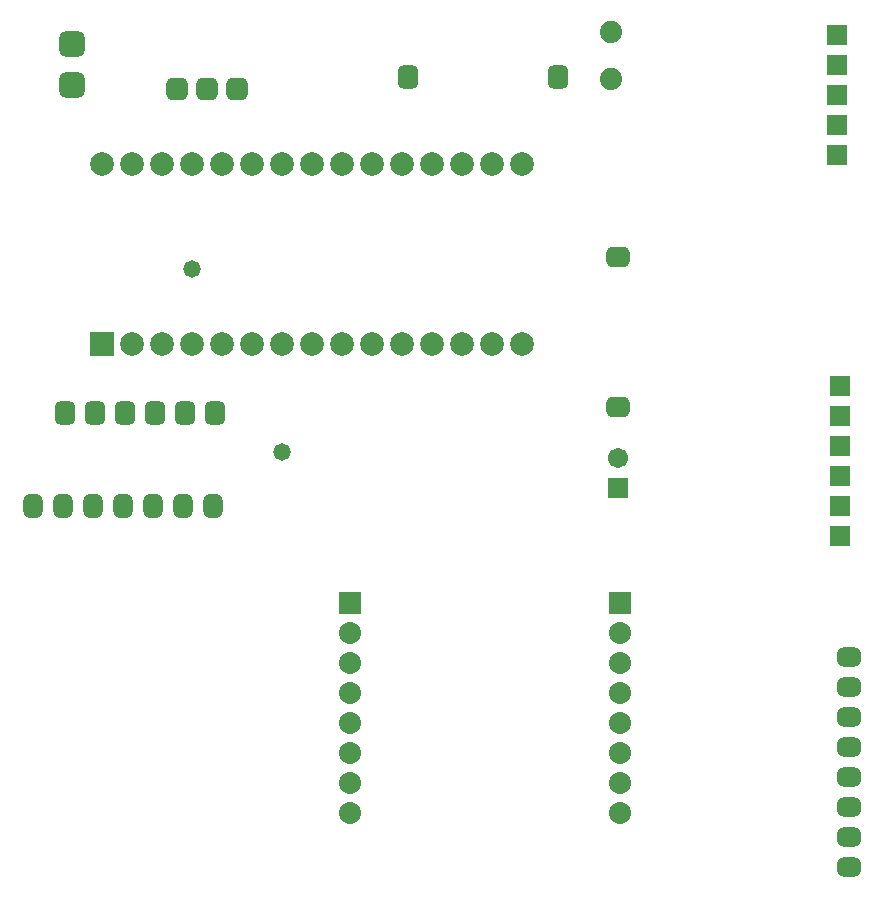
<source format=gts>
G04*
G04 #@! TF.GenerationSoftware,Altium Limited,Altium Designer,23.0.1 (38)*
G04*
G04 Layer_Color=8388736*
%FSLAX44Y44*%
%MOMM*%
G71*
G04*
G04 #@! TF.SameCoordinates,CBBB0149-63EA-413A-BDBF-F1AE491BAD4C*
G04*
G04*
G04 #@! TF.FilePolarity,Negative*
G04*
G01*
G75*
%ADD16R,1.7272X1.7272*%
G04:AMPARAMS|DCode=17|XSize=1.6112mm|YSize=1.9812mm|CornerRadius=0.4536mm|HoleSize=0mm|Usage=FLASHONLY|Rotation=270.000|XOffset=0mm|YOffset=0mm|HoleType=Round|Shape=RoundedRectangle|*
%AMROUNDEDRECTD17*
21,1,1.6112,1.0740,0,0,270.0*
21,1,0.7040,1.9812,0,0,270.0*
1,1,0.9072,-0.5370,-0.3520*
1,1,0.9072,-0.5370,0.3520*
1,1,0.9072,0.5370,0.3520*
1,1,0.9072,0.5370,-0.3520*
%
%ADD17ROUNDEDRECTD17*%
%ADD18R,2.0032X2.0032*%
%ADD19C,2.0032*%
G04:AMPARAMS|DCode=20|XSize=1.7272mm|YSize=1.9812mm|CornerRadius=0.4826mm|HoleSize=0mm|Usage=FLASHONLY|Rotation=0.000|XOffset=0mm|YOffset=0mm|HoleType=Round|Shape=RoundedRectangle|*
%AMROUNDEDRECTD20*
21,1,1.7272,1.0160,0,0,0.0*
21,1,0.7620,1.9812,0,0,0.0*
1,1,0.9652,0.3810,-0.5080*
1,1,0.9652,-0.3810,-0.5080*
1,1,0.9652,-0.3810,0.5080*
1,1,0.9652,0.3810,0.5080*
%
%ADD20ROUNDEDRECTD20*%
%ADD21C,1.8796*%
G04:AMPARAMS|DCode=22|XSize=1.8mm|YSize=1.878mm|CornerRadius=0.475mm|HoleSize=0mm|Usage=FLASHONLY|Rotation=180.000|XOffset=0mm|YOffset=0mm|HoleType=Round|Shape=RoundedRectangle|*
%AMROUNDEDRECTD22*
21,1,1.8000,0.9280,0,0,180.0*
21,1,0.8500,1.8780,0,0,180.0*
1,1,0.9500,-0.4250,0.4640*
1,1,0.9500,0.4250,0.4640*
1,1,0.9500,0.4250,-0.4640*
1,1,0.9500,-0.4250,-0.4640*
%
%ADD22ROUNDEDRECTD22*%
G04:AMPARAMS|DCode=23|XSize=1.6112mm|YSize=1.9812mm|CornerRadius=0.4536mm|HoleSize=0mm|Usage=FLASHONLY|Rotation=0.000|XOffset=0mm|YOffset=0mm|HoleType=Round|Shape=RoundedRectangle|*
%AMROUNDEDRECTD23*
21,1,1.6112,1.0740,0,0,0.0*
21,1,0.7040,1.9812,0,0,0.0*
1,1,0.9072,0.3520,-0.5370*
1,1,0.9072,-0.3520,-0.5370*
1,1,0.9072,-0.3520,0.5370*
1,1,0.9072,0.3520,0.5370*
%
%ADD23ROUNDEDRECTD23*%
G04:AMPARAMS|DCode=24|XSize=2.2032mm|YSize=2.2032mm|CornerRadius=0.6016mm|HoleSize=0mm|Usage=FLASHONLY|Rotation=270.000|XOffset=0mm|YOffset=0mm|HoleType=Round|Shape=RoundedRectangle|*
%AMROUNDEDRECTD24*
21,1,2.2032,1.0000,0,0,270.0*
21,1,1.0000,2.2032,0,0,270.0*
1,1,1.2032,-0.5000,-0.5000*
1,1,1.2032,-0.5000,0.5000*
1,1,1.2032,0.5000,0.5000*
1,1,1.2032,0.5000,-0.5000*
%
%ADD24ROUNDEDRECTD24*%
%ADD25C,1.8682*%
%ADD26R,1.8682X1.8682*%
%ADD27R,1.7112X1.7112*%
%ADD28C,1.7112*%
G04:AMPARAMS|DCode=29|XSize=1.7272mm|YSize=1.9812mm|CornerRadius=0.4826mm|HoleSize=0mm|Usage=FLASHONLY|Rotation=270.000|XOffset=0mm|YOffset=0mm|HoleType=Round|Shape=RoundedRectangle|*
%AMROUNDEDRECTD29*
21,1,1.7272,1.0160,0,0,270.0*
21,1,0.7620,1.9812,0,0,270.0*
1,1,0.9652,-0.5080,-0.3810*
1,1,0.9652,-0.5080,0.3810*
1,1,0.9652,0.5080,0.3810*
1,1,0.9652,0.5080,-0.3810*
%
%ADD29ROUNDEDRECTD29*%
%ADD30C,1.4732*%
D16*
X980440Y739140D02*
D03*
Y764540D02*
D03*
Y789940D02*
D03*
Y815340D02*
D03*
Y840740D02*
D03*
Y866140D02*
D03*
X977900Y1163320D02*
D03*
Y1137920D02*
D03*
Y1112520D02*
D03*
Y1087120D02*
D03*
Y1061720D02*
D03*
D17*
X988060Y458470D02*
D03*
Y483870D02*
D03*
Y509270D02*
D03*
Y534670D02*
D03*
Y560070D02*
D03*
Y585470D02*
D03*
Y610870D02*
D03*
Y636270D02*
D03*
D18*
X355600Y901700D02*
D03*
D19*
X381000D02*
D03*
X406400D02*
D03*
X431800D02*
D03*
X457200D02*
D03*
X482600D02*
D03*
X508000D02*
D03*
X533400D02*
D03*
X558800D02*
D03*
X584200D02*
D03*
X609600D02*
D03*
X635000D02*
D03*
X660400D02*
D03*
X685800D02*
D03*
X711200D02*
D03*
Y1054100D02*
D03*
X685800D02*
D03*
X660400D02*
D03*
X635000D02*
D03*
X609600D02*
D03*
X584200D02*
D03*
X558800D02*
D03*
X533400D02*
D03*
X508000D02*
D03*
X482600D02*
D03*
X457200D02*
D03*
X431800D02*
D03*
X406400D02*
D03*
X381000D02*
D03*
X355600D02*
D03*
D20*
X323850Y843280D02*
D03*
X349250D02*
D03*
X374650D02*
D03*
X400050D02*
D03*
X425450D02*
D03*
X450850D02*
D03*
X614680Y1127760D02*
D03*
X741680D02*
D03*
D21*
X786130Y1125474D02*
D03*
Y1165474D02*
D03*
D22*
X469900Y1117600D02*
D03*
X444500D02*
D03*
X419100D02*
D03*
D23*
X449580Y764540D02*
D03*
X424180D02*
D03*
X398780D02*
D03*
X373380D02*
D03*
X347980D02*
D03*
X322580D02*
D03*
X297180D02*
D03*
D24*
X330200Y1120700D02*
D03*
Y1155700D02*
D03*
D25*
X565150Y504190D02*
D03*
Y529590D02*
D03*
Y554990D02*
D03*
Y580390D02*
D03*
Y605790D02*
D03*
Y631190D02*
D03*
Y656590D02*
D03*
X793750D02*
D03*
Y631190D02*
D03*
Y605790D02*
D03*
Y580390D02*
D03*
Y554990D02*
D03*
Y529590D02*
D03*
Y504190D02*
D03*
D26*
X565150Y681990D02*
D03*
X793750D02*
D03*
D27*
X792480Y779780D02*
D03*
D28*
Y805180D02*
D03*
D29*
Y975360D02*
D03*
Y848360D02*
D03*
D30*
X431800Y965200D02*
D03*
X508000Y810260D02*
D03*
M02*

</source>
